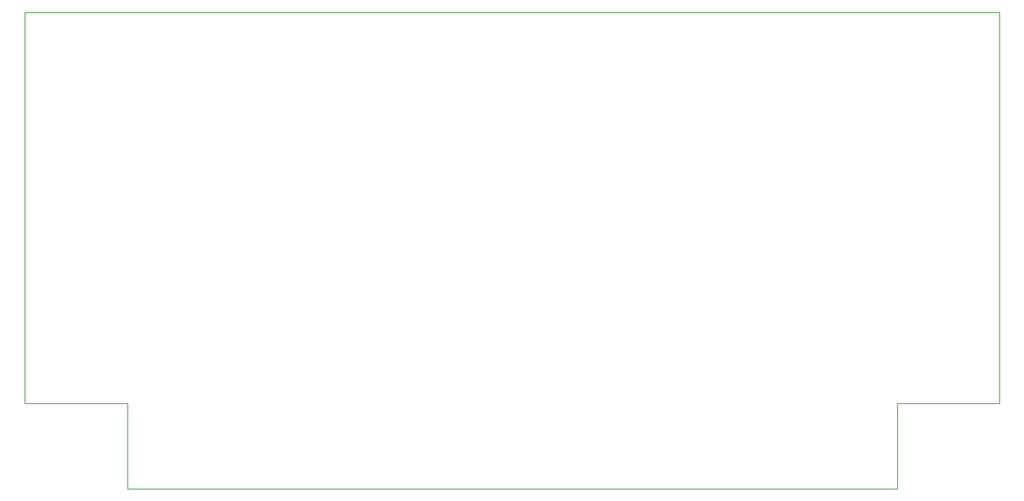
<source format=gm1>
G04 #@! TF.GenerationSoftware,KiCad,Pcbnew,(5.1.12)-1*
G04 #@! TF.CreationDate,2022-10-28T14:50:11+01:00*
G04 #@! TF.ProjectId,Apple-1 riser,4170706c-652d-4312-9072-697365722e6b,rev?*
G04 #@! TF.SameCoordinates,Original*
G04 #@! TF.FileFunction,Profile,NP*
%FSLAX46Y46*%
G04 Gerber Fmt 4.6, Leading zero omitted, Abs format (unit mm)*
G04 Created by KiCad (PCBNEW (5.1.12)-1) date 2022-10-28 14:50:11*
%MOMM*%
%LPD*%
G01*
G04 APERTURE LIST*
G04 #@! TA.AperFunction,Profile*
%ADD10C,0.050000*%
G04 #@! TD*
G04 APERTURE END LIST*
D10*
X204000000Y-137000000D02*
X204000000Y-91250000D01*
X192000000Y-137000000D02*
X204000000Y-137000000D01*
X192000000Y-147000000D02*
X192000000Y-137000000D01*
X90000000Y-91250000D02*
X204000000Y-91250000D01*
X102000000Y-147000000D02*
X102000000Y-137000000D01*
X192000000Y-147000000D02*
X102000000Y-147000000D01*
X90000000Y-137000000D02*
X90000000Y-91250000D01*
X102000000Y-137000000D02*
X90000000Y-137000000D01*
M02*

</source>
